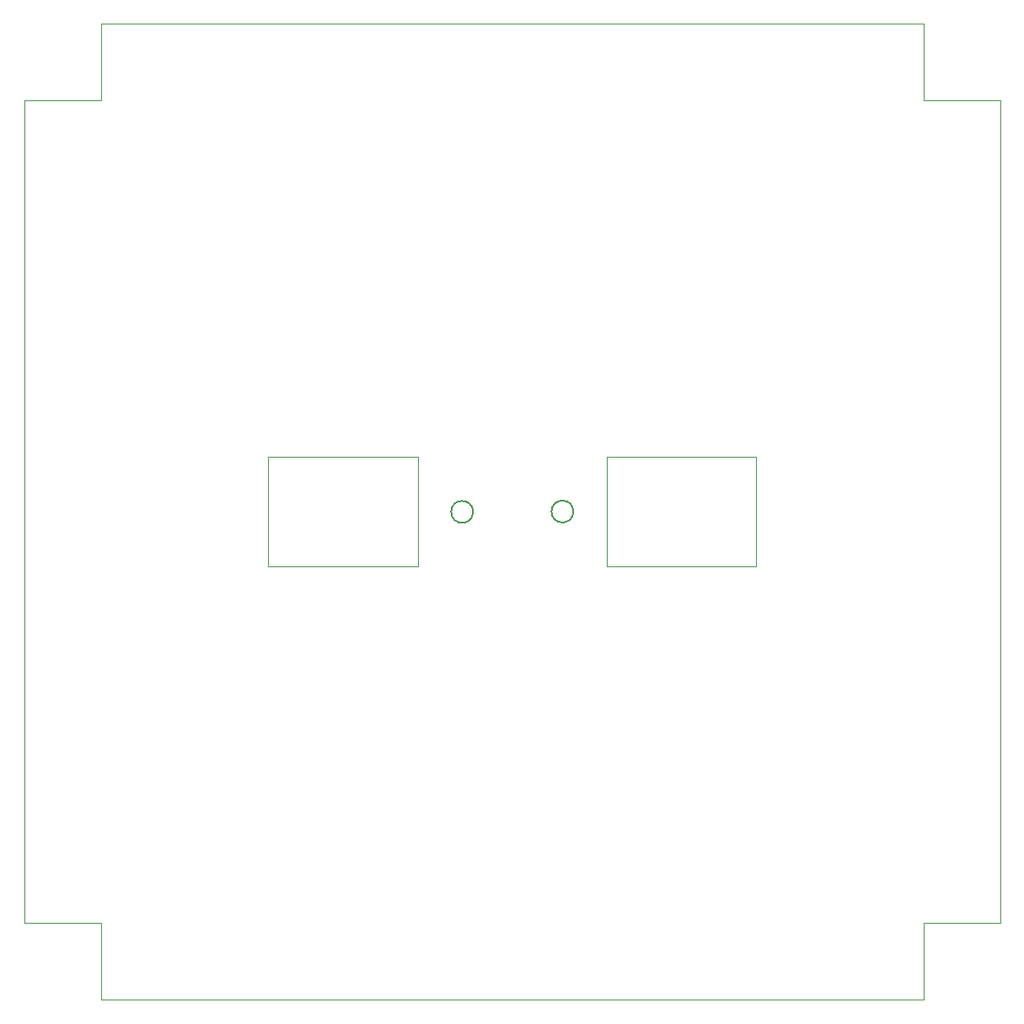
<source format=gbr>
%TF.GenerationSoftware,KiCad,Pcbnew,9.0.1*%
%TF.CreationDate,2025-06-25T17:23:05-04:00*%
%TF.ProjectId,-Z,2d5a2e6b-6963-4616-945f-706362585858,rev?*%
%TF.SameCoordinates,Original*%
%TF.FileFunction,Profile,NP*%
%FSLAX46Y46*%
G04 Gerber Fmt 4.6, Leading zero omitted, Abs format (unit mm)*
G04 Created by KiCad (PCBNEW 9.0.1) date 2025-06-25 17:23:05*
%MOMM*%
%LPD*%
G01*
G04 APERTURE LIST*
%TA.AperFunction,Profile*%
%ADD10C,0.025400*%
%TD*%
%TA.AperFunction,Profile*%
%ADD11C,0.050000*%
%TD*%
%TA.AperFunction,Profile*%
%ADD12C,0.150000*%
%TD*%
G04 APERTURE END LIST*
D10*
X205300000Y-50999999D02*
X205300000Y-58699999D01*
X122700001Y-149000000D02*
X122700000Y-141300000D01*
X205300000Y-149000000D02*
X122700001Y-149000000D01*
X205300001Y-141300000D02*
X213000001Y-141300000D01*
X205300000Y-58699999D02*
X213000001Y-58700000D01*
X213000001Y-58700000D02*
X213000001Y-141300000D01*
X122700001Y-58699999D02*
X115000000Y-58700000D01*
X122700000Y-141300000D02*
X115000000Y-141300000D01*
X122700001Y-50999999D02*
X122700001Y-58699999D01*
X205300000Y-149000000D02*
X205300001Y-141300000D01*
X122700001Y-50999999D02*
X205300000Y-50999999D01*
X115000000Y-141300000D02*
X115000000Y-58700000D01*
%TO.C,AE2*%
D11*
X154500000Y-94499999D02*
X139500000Y-94499999D01*
X139500000Y-105499999D01*
X154500000Y-105499999D01*
X154500000Y-94499999D01*
D12*
X160060000Y-100014800D02*
G75*
G02*
X157860000Y-100014800I-1100000J0D01*
G01*
X157860000Y-100014800D02*
G75*
G02*
X160060000Y-100014800I1100000J0D01*
G01*
%TO.C,AE1*%
D11*
X173500000Y-105500000D02*
X188500000Y-105500000D01*
X188500000Y-94500000D01*
X173500000Y-94500000D01*
X173500000Y-105500000D01*
D12*
X170140000Y-99985199D02*
G75*
G02*
X167940000Y-99985199I-1100000J0D01*
G01*
X167940000Y-99985199D02*
G75*
G02*
X170140000Y-99985199I1100000J0D01*
G01*
%TD*%
M02*

</source>
